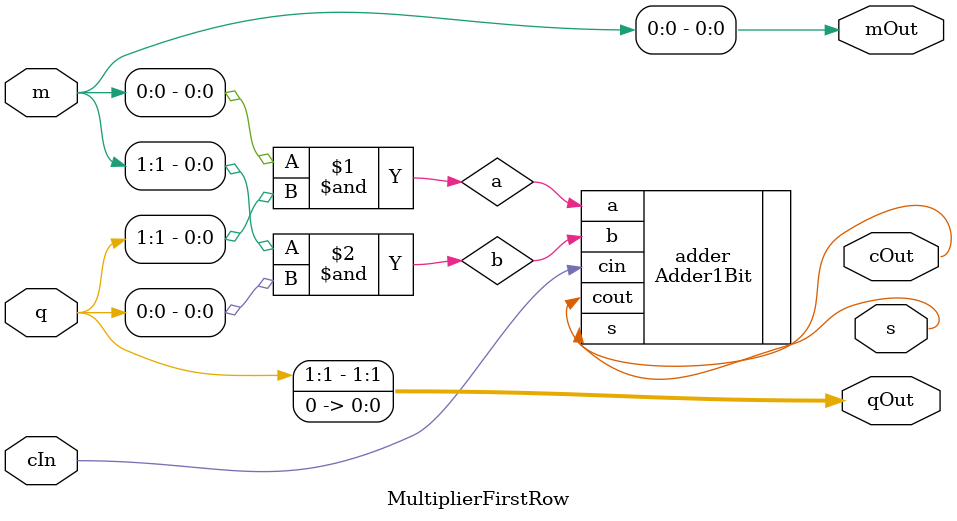
<source format=v>

module MultiplierFirstRow (
    input  [1:0] m,
    input  [1:0] q,
    input        cIn,
    
    output [1:0] qOut,
    output       cOut,
    output       mOut,
    output       s
);
wire a,b;//a和b是名字可以改

and(a,m[0],q[1]);
and(b,m[1],q[0]);
assign qOut[0] = 1'b0;
assign qOut[1] = q[1];
assign mOut = m[0];
    
Adder1Bit adder (//adder是名字可以改

        .a   (a),
        .b   (b),
		  .cin (cIn),
        .cout(cOut),
        .s (s)
);




endmodule

</source>
